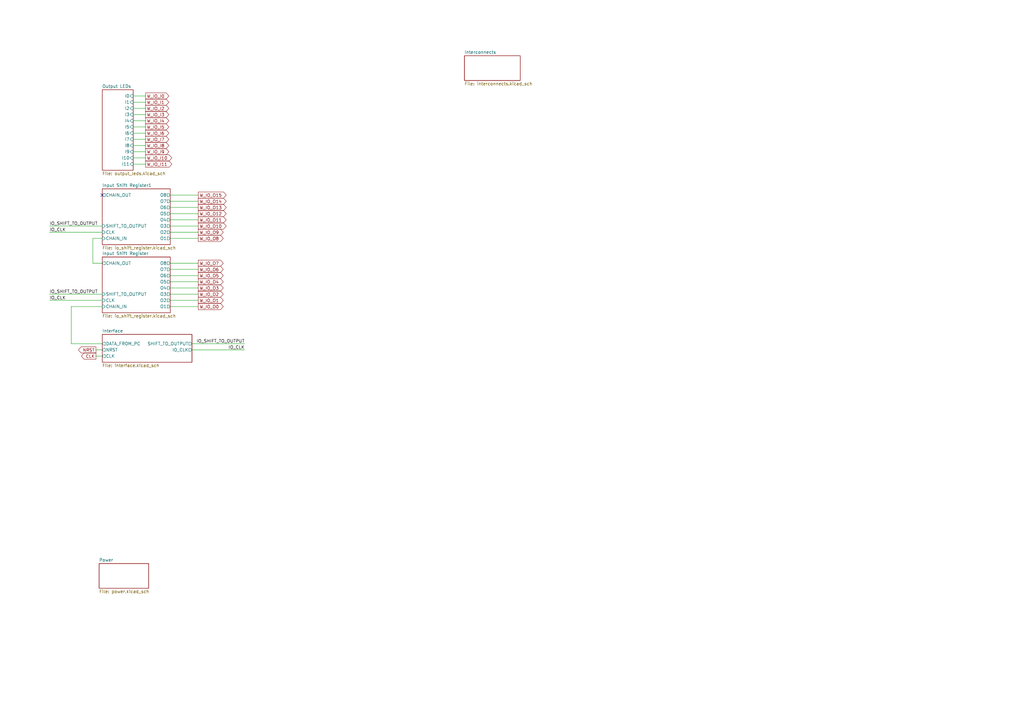
<source format=kicad_sch>
(kicad_sch
	(version 20250114)
	(generator "eeschema")
	(generator_version "9.0")
	(uuid "976aec4d-1ebe-44c6-a45c-c82e0c896ea2")
	(paper "A3")
	(lib_symbols)
	(no_connect
		(at 41.91 80.01)
		(uuid "2360bec8-3138-4da7-bd87-8532a1bd74de")
	)
	(wire
		(pts
			(xy 20.32 120.65) (xy 41.91 120.65)
		)
		(stroke
			(width 0)
			(type default)
		)
		(uuid "09686b4c-dc9a-41bf-b9b9-8469b3455577")
	)
	(wire
		(pts
			(xy 69.85 92.71) (xy 81.28 92.71)
		)
		(stroke
			(width 0)
			(type default)
		)
		(uuid "0a3383a7-31ea-4734-a119-a4b2867eda87")
	)
	(wire
		(pts
			(xy 69.85 113.03) (xy 81.28 113.03)
		)
		(stroke
			(width 0)
			(type default)
		)
		(uuid "0ba4a587-b8ef-43d7-bcda-ca615eeaa043")
	)
	(wire
		(pts
			(xy 29.21 140.97) (xy 41.91 140.97)
		)
		(stroke
			(width 0)
			(type default)
		)
		(uuid "0e721b68-df29-43a0-930b-245ed7cc0d79")
	)
	(wire
		(pts
			(xy 54.61 46.99) (xy 59.69 46.99)
		)
		(stroke
			(width 0)
			(type default)
		)
		(uuid "18df044f-043c-4a19-a6e1-569ab387cb23")
	)
	(wire
		(pts
			(xy 54.61 39.37) (xy 59.69 39.37)
		)
		(stroke
			(width 0)
			(type default)
		)
		(uuid "1a2940fd-e122-4ae8-ba12-493a12be28b0")
	)
	(wire
		(pts
			(xy 69.85 87.63) (xy 81.28 87.63)
		)
		(stroke
			(width 0)
			(type default)
		)
		(uuid "218baa41-333a-4703-a766-5a7d1e060616")
	)
	(wire
		(pts
			(xy 54.61 62.23) (xy 59.69 62.23)
		)
		(stroke
			(width 0)
			(type default)
		)
		(uuid "2245bdcd-4190-49cc-aa22-246fd454050d")
	)
	(wire
		(pts
			(xy 54.61 59.69) (xy 59.69 59.69)
		)
		(stroke
			(width 0)
			(type default)
		)
		(uuid "2657229b-fa30-40b5-a1b1-032758f1ceed")
	)
	(wire
		(pts
			(xy 54.61 64.77) (xy 59.69 64.77)
		)
		(stroke
			(width 0)
			(type default)
		)
		(uuid "2b4a2dbb-6bcd-4645-9cd4-b8cea089997e")
	)
	(wire
		(pts
			(xy 54.61 41.91) (xy 59.69 41.91)
		)
		(stroke
			(width 0)
			(type default)
		)
		(uuid "3aa35d76-c73d-42e4-8af0-95920e8521f0")
	)
	(wire
		(pts
			(xy 69.85 110.49) (xy 81.28 110.49)
		)
		(stroke
			(width 0)
			(type default)
		)
		(uuid "3cf1b2f6-74d5-414d-b8f9-79514fbee9b8")
	)
	(wire
		(pts
			(xy 69.85 97.79) (xy 81.28 97.79)
		)
		(stroke
			(width 0)
			(type default)
		)
		(uuid "45180ac3-20d9-47b0-b8fb-6a361832bb26")
	)
	(wire
		(pts
			(xy 78.74 143.51) (xy 100.33 143.51)
		)
		(stroke
			(width 0)
			(type default)
		)
		(uuid "47be61cb-fd98-4682-ae6c-907586f134bb")
	)
	(wire
		(pts
			(xy 69.85 80.01) (xy 81.28 80.01)
		)
		(stroke
			(width 0)
			(type default)
		)
		(uuid "519221d8-416e-42f0-9827-9c78d76384a4")
	)
	(wire
		(pts
			(xy 54.61 57.15) (xy 59.69 57.15)
		)
		(stroke
			(width 0)
			(type default)
		)
		(uuid "6b9d0e57-cb67-4c77-82e0-5481d49b56f1")
	)
	(wire
		(pts
			(xy 69.85 90.17) (xy 81.28 90.17)
		)
		(stroke
			(width 0)
			(type default)
		)
		(uuid "6ead0567-9cc2-4dd2-88fe-660c0cd6cd69")
	)
	(wire
		(pts
			(xy 69.85 95.25) (xy 81.28 95.25)
		)
		(stroke
			(width 0)
			(type default)
		)
		(uuid "6f1096dc-e877-4b3b-849c-94967b247ed5")
	)
	(wire
		(pts
			(xy 69.85 82.55) (xy 81.28 82.55)
		)
		(stroke
			(width 0)
			(type default)
		)
		(uuid "7a2064b2-20a6-4295-b761-b4ad09d65a52")
	)
	(wire
		(pts
			(xy 54.61 52.07) (xy 59.69 52.07)
		)
		(stroke
			(width 0)
			(type default)
		)
		(uuid "7a95fae5-7778-4dc3-aa5b-4d16ab1f6b2b")
	)
	(wire
		(pts
			(xy 69.85 115.57) (xy 81.28 115.57)
		)
		(stroke
			(width 0)
			(type default)
		)
		(uuid "7d902897-1e38-4fc7-9ec0-0dc448af9c71")
	)
	(wire
		(pts
			(xy 38.1 107.95) (xy 38.1 97.79)
		)
		(stroke
			(width 0)
			(type default)
		)
		(uuid "81cb5705-9ee7-4540-967c-2ebbd557b39c")
	)
	(wire
		(pts
			(xy 41.91 125.73) (xy 29.21 125.73)
		)
		(stroke
			(width 0)
			(type default)
		)
		(uuid "8c71418d-8ce7-414f-bf8b-ec2a59de8a15")
	)
	(wire
		(pts
			(xy 78.74 140.97) (xy 100.33 140.97)
		)
		(stroke
			(width 0)
			(type default)
		)
		(uuid "97a9cab2-623f-4db0-a2dc-851fc429e468")
	)
	(wire
		(pts
			(xy 69.85 125.73) (xy 81.28 125.73)
		)
		(stroke
			(width 0)
			(type default)
		)
		(uuid "9aa037fe-0d79-4df4-b946-9d11dd08e9c2")
	)
	(wire
		(pts
			(xy 20.32 123.19) (xy 41.91 123.19)
		)
		(stroke
			(width 0)
			(type default)
		)
		(uuid "a3cf321e-6c82-47d3-930f-92a7874161f6")
	)
	(wire
		(pts
			(xy 54.61 49.53) (xy 59.69 49.53)
		)
		(stroke
			(width 0)
			(type default)
		)
		(uuid "b2c387d3-982e-4490-ba4e-c6a352976abf")
	)
	(wire
		(pts
			(xy 69.85 123.19) (xy 81.28 123.19)
		)
		(stroke
			(width 0)
			(type default)
		)
		(uuid "b2c61021-fa46-4068-97b2-755e2fe0afec")
	)
	(wire
		(pts
			(xy 39.37 143.51) (xy 41.91 143.51)
		)
		(stroke
			(width 0)
			(type default)
		)
		(uuid "b5bf20bc-a61f-44c9-9ce9-0a591c7fec29")
	)
	(wire
		(pts
			(xy 54.61 44.45) (xy 59.69 44.45)
		)
		(stroke
			(width 0)
			(type default)
		)
		(uuid "bc862c88-af6d-4d5a-8a18-006b478103c2")
	)
	(wire
		(pts
			(xy 38.1 97.79) (xy 41.91 97.79)
		)
		(stroke
			(width 0)
			(type default)
		)
		(uuid "c31051f9-ea14-47bd-acde-1db6bb58d24d")
	)
	(wire
		(pts
			(xy 41.91 107.95) (xy 38.1 107.95)
		)
		(stroke
			(width 0)
			(type default)
		)
		(uuid "c91687c6-d7f4-4124-9594-1450ef495ec6")
	)
	(wire
		(pts
			(xy 69.85 85.09) (xy 81.28 85.09)
		)
		(stroke
			(width 0)
			(type default)
		)
		(uuid "cdc29712-62ff-441b-bf73-23f9c5e6b290")
	)
	(wire
		(pts
			(xy 29.21 125.73) (xy 29.21 140.97)
		)
		(stroke
			(width 0)
			(type default)
		)
		(uuid "cefa0bdf-31c1-4d7f-a5db-c00405052b91")
	)
	(wire
		(pts
			(xy 69.85 118.11) (xy 81.28 118.11)
		)
		(stroke
			(width 0)
			(type default)
		)
		(uuid "d0f0dd1c-679e-4182-9168-4279f1f5dbb7")
	)
	(wire
		(pts
			(xy 54.61 67.31) (xy 59.69 67.31)
		)
		(stroke
			(width 0)
			(type default)
		)
		(uuid "dfb85afd-5f7e-439b-9cc1-cccfcd1eb9f9")
	)
	(wire
		(pts
			(xy 39.37 146.05) (xy 41.91 146.05)
		)
		(stroke
			(width 0)
			(type default)
		)
		(uuid "dfd7f6fb-4f1a-4fb3-91b1-3fbb31068199")
	)
	(wire
		(pts
			(xy 54.61 54.61) (xy 59.69 54.61)
		)
		(stroke
			(width 0)
			(type default)
		)
		(uuid "eb838318-cf89-4d46-a483-dc670d8024e7")
	)
	(wire
		(pts
			(xy 69.85 107.95) (xy 81.28 107.95)
		)
		(stroke
			(width 0)
			(type default)
		)
		(uuid "ec98fea6-d045-418b-adbc-39bc154dcad1")
	)
	(wire
		(pts
			(xy 69.85 120.65) (xy 81.28 120.65)
		)
		(stroke
			(width 0)
			(type default)
		)
		(uuid "f34ff9bb-d7ae-4927-b5b8-5f0aa30f9d5e")
	)
	(wire
		(pts
			(xy 20.32 92.71) (xy 41.91 92.71)
		)
		(stroke
			(width 0)
			(type default)
		)
		(uuid "f793a67f-c271-4791-a5e1-3430e70dfdb7")
	)
	(wire
		(pts
			(xy 20.32 95.25) (xy 41.91 95.25)
		)
		(stroke
			(width 0)
			(type default)
		)
		(uuid "f8316952-47b0-40e6-add4-bd5d9bafa63a")
	)
	(label "IO_CLK"
		(at 20.32 123.19 0)
		(effects
			(font
				(size 1.27 1.27)
			)
			(justify left bottom)
		)
		(uuid "22bd818f-e60b-4589-b647-8d0260032d2e")
	)
	(label "IO_SHIFT_TO_OUTPUT"
		(at 100.33 140.97 180)
		(effects
			(font
				(size 1.27 1.27)
			)
			(justify right bottom)
		)
		(uuid "2564d7e5-80d0-43ea-ab77-2a4e6409ad0f")
	)
	(label "IO_CLK"
		(at 100.33 143.51 180)
		(effects
			(font
				(size 1.27 1.27)
			)
			(justify right bottom)
		)
		(uuid "58d50ef9-bb39-4474-a8fc-7c46ea885d9b")
	)
	(label "IO_CLK"
		(at 20.32 95.25 0)
		(effects
			(font
				(size 1.27 1.27)
			)
			(justify left bottom)
		)
		(uuid "78aae793-536c-49f0-8641-d47e8828bce6")
	)
	(label "IO_SHIFT_TO_OUTPUT"
		(at 20.32 92.71 0)
		(effects
			(font
				(size 1.27 1.27)
			)
			(justify left bottom)
		)
		(uuid "8656e187-8916-40a1-af6d-be9cd98baaa5")
	)
	(label "IO_SHIFT_TO_OUTPUT"
		(at 20.32 120.65 0)
		(effects
			(font
				(size 1.27 1.27)
			)
			(justify left bottom)
		)
		(uuid "da4b1686-1505-44b9-94dc-d1a5aa24188d")
	)
	(global_label "W_IO_I7"
		(shape output)
		(at 59.69 57.15 0)
		(fields_autoplaced yes)
		(effects
			(font
				(size 1.27 1.27)
			)
			(justify left)
		)
		(uuid "0b310ab3-391c-4e8c-90be-a11da94875af")
		(property "Intersheetrefs" "${INTERSHEET_REFS}"
			(at 69.8114 57.15 0)
			(effects
				(font
					(size 1.27 1.27)
				)
				(justify left)
				(hide yes)
			)
		)
	)
	(global_label "W_X0_Y0_I1"
		(shape input)
		(at 467.36 227.33 180)
		(fields_autoplaced yes)
		(effects
			(font
				(size 1.27 1.27)
			)
			(justify right)
		)
		(uuid "11660924-e874-4465-be64-fce759362b62")
		(property "Intersheetrefs" "${INTERSHEET_REFS}"
			(at 453.4892 227.33 0)
			(effects
				(font
					(size 1.27 1.27)
				)
				(justify right)
				(hide yes)
			)
		)
	)
	(global_label "NRST"
		(shape output)
		(at 39.37 143.51 180)
		(fields_autoplaced yes)
		(effects
			(font
				(size 1.27 1.27)
			)
			(justify right)
		)
		(uuid "2568ba07-14f7-4e5b-93b1-99b1b4bdb025")
		(property "Intersheetrefs" "${INTERSHEET_REFS}"
			(at 31.6072 143.51 0)
			(effects
				(font
					(size 1.27 1.27)
				)
				(justify right)
				(hide yes)
			)
		)
	)
	(global_label "W_IO_O3"
		(shape output)
		(at 81.28 118.11 0)
		(fields_autoplaced yes)
		(effects
			(font
				(size 1.27 1.27)
			)
			(justify left)
		)
		(uuid "28808155-1f59-436a-9256-430c0cc1a268")
		(property "Intersheetrefs" "${INTERSHEET_REFS}"
			(at 92.1271 118.11 0)
			(effects
				(font
					(size 1.27 1.27)
				)
				(justify left)
				(hide yes)
			)
		)
	)
	(global_label "W_X0_Y0_Q"
		(shape output)
		(at 482.6 229.87 0)
		(fields_autoplaced yes)
		(effects
			(font
				(size 1.27 1.27)
			)
			(justify left)
		)
		(uuid "2d4a4ab3-520b-42a0-bbda-fde5d00eff4b")
		(property "Intersheetrefs" "${INTERSHEET_REFS}"
			(at 495.987 229.87 0)
			(effects
				(font
					(size 1.27 1.27)
				)
				(justify left)
				(hide yes)
			)
		)
	)
	(global_label "W_IO_O4"
		(shape output)
		(at 81.28 115.57 0)
		(fields_autoplaced yes)
		(effects
			(font
				(size 1.27 1.27)
			)
			(justify left)
		)
		(uuid "2dda9aa6-8f16-49dd-a7d2-2f8880fb4fbd")
		(property "Intersheetrefs" "${INTERSHEET_REFS}"
			(at 92.1271 115.57 0)
			(effects
				(font
					(size 1.27 1.27)
				)
				(justify left)
				(hide yes)
			)
		)
	)
	(global_label "W_X0_Y0_I2"
		(shape input)
		(at 467.36 229.87 180)
		(fields_autoplaced yes)
		(effects
			(font
				(size 1.27 1.27)
			)
			(justify right)
		)
		(uuid "34e909f8-cea2-4e98-a8e5-8faabf5619ca")
		(property "Intersheetrefs" "${INTERSHEET_REFS}"
			(at 453.4892 229.87 0)
			(effects
				(font
					(size 1.27 1.27)
				)
				(justify right)
				(hide yes)
			)
		)
	)
	(global_label "W_IO_O13"
		(shape output)
		(at 81.28 85.09 0)
		(fields_autoplaced yes)
		(effects
			(font
				(size 1.27 1.27)
			)
			(justify left)
		)
		(uuid "37bd1036-4aa8-4ea0-a1a3-b16ea94ad68b")
		(property "Intersheetrefs" "${INTERSHEET_REFS}"
			(at 93.3366 85.09 0)
			(effects
				(font
					(size 1.27 1.27)
				)
				(justify left)
				(hide yes)
			)
		)
	)
	(global_label "W_X0_Y0_F"
		(shape output)
		(at 482.6 227.33 0)
		(fields_autoplaced yes)
		(effects
			(font
				(size 1.27 1.27)
			)
			(justify left)
		)
		(uuid "4b916065-0514-4221-b825-7806f3d738b7")
		(property "Intersheetrefs" "${INTERSHEET_REFS}"
			(at 495.7451 227.33 0)
			(effects
				(font
					(size 1.27 1.27)
				)
				(justify left)
				(hide yes)
			)
		)
	)
	(global_label "W_IO_I9"
		(shape output)
		(at 59.69 62.23 0)
		(fields_autoplaced yes)
		(effects
			(font
				(size 1.27 1.27)
			)
			(justify left)
		)
		(uuid "543dc8df-80c0-4c34-8282-68b71a0771b3")
		(property "Intersheetrefs" "${INTERSHEET_REFS}"
			(at 69.8114 62.23 0)
			(effects
				(font
					(size 1.27 1.27)
				)
				(justify left)
				(hide yes)
			)
		)
	)
	(global_label "W_IO_I3"
		(shape output)
		(at 59.69 46.99 0)
		(fields_autoplaced yes)
		(effects
			(font
				(size 1.27 1.27)
			)
			(justify left)
		)
		(uuid "5b906838-aad4-49af-be96-bd7f7473e750")
		(property "Intersheetrefs" "${INTERSHEET_REFS}"
			(at 69.8114 46.99 0)
			(effects
				(font
					(size 1.27 1.27)
				)
				(justify left)
				(hide yes)
			)
		)
	)
	(global_label "W_IO_I0"
		(shape output)
		(at 59.69 39.37 0)
		(fields_autoplaced yes)
		(effects
			(font
				(size 1.27 1.27)
			)
			(justify left)
		)
		(uuid "70476c2f-c2ed-4f19-b652-c5d1e7bc4b73")
		(property "Intersheetrefs" "${INTERSHEET_REFS}"
			(at 69.8114 39.37 0)
			(effects
				(font
					(size 1.27 1.27)
				)
				(justify left)
				(hide yes)
			)
		)
	)
	(global_label "W_IO_I5"
		(shape output)
		(at 59.69 52.07 0)
		(fields_autoplaced yes)
		(effects
			(font
				(size 1.27 1.27)
			)
			(justify left)
		)
		(uuid "70f52262-f6e6-4eee-a9c7-d9b8d7b10da1")
		(property "Intersheetrefs" "${INTERSHEET_REFS}"
			(at 69.8114 52.07 0)
			(effects
				(font
					(size 1.27 1.27)
				)
				(justify left)
				(hide yes)
			)
		)
	)
	(global_label "W_IO_I11"
		(shape output)
		(at 59.69 67.31 0)
		(fields_autoplaced yes)
		(effects
			(font
				(size 1.27 1.27)
			)
			(justify left)
		)
		(uuid "787c4ed9-4e64-4272-9191-ec06f57fc1a1")
		(property "Intersheetrefs" "${INTERSHEET_REFS}"
			(at 71.0209 67.31 0)
			(effects
				(font
					(size 1.27 1.27)
				)
				(justify left)
				(hide yes)
			)
		)
	)
	(global_label "W_IO_O9"
		(shape output)
		(at 81.28 95.25 0)
		(fields_autoplaced yes)
		(effects
			(font
				(size 1.27 1.27)
			)
			(justify left)
		)
		(uuid "7e687aab-e56e-4fe7-91eb-3570ea7ccd54")
		(property "Intersheetrefs" "${INTERSHEET_REFS}"
			(at 92.1271 95.25 0)
			(effects
				(font
					(size 1.27 1.27)
				)
				(justify left)
				(hide yes)
			)
		)
	)
	(global_label "W_IO_I4"
		(shape output)
		(at 59.69 49.53 0)
		(fields_autoplaced yes)
		(effects
			(font
				(size 1.27 1.27)
			)
			(justify left)
		)
		(uuid "8193db30-c7d9-4f8c-b850-de35dc269954")
		(property "Intersheetrefs" "${INTERSHEET_REFS}"
			(at 69.8114 49.53 0)
			(effects
				(font
					(size 1.27 1.27)
				)
				(justify left)
				(hide yes)
			)
		)
	)
	(global_label "W_IO_O6"
		(shape output)
		(at 81.28 110.49 0)
		(fields_autoplaced yes)
		(effects
			(font
				(size 1.27 1.27)
			)
			(justify left)
		)
		(uuid "82cac139-d895-434e-b64b-675e071f5a5b")
		(property "Intersheetrefs" "${INTERSHEET_REFS}"
			(at 92.1271 110.49 0)
			(effects
				(font
					(size 1.27 1.27)
				)
				(justify left)
				(hide yes)
			)
		)
	)
	(global_label "W_IO_O10"
		(shape output)
		(at 81.28 92.71 0)
		(fields_autoplaced yes)
		(effects
			(font
				(size 1.27 1.27)
			)
			(justify left)
		)
		(uuid "87167fbb-9dbf-4b37-9662-094422ef55c1")
		(property "Intersheetrefs" "${INTERSHEET_REFS}"
			(at 93.3366 92.71 0)
			(effects
				(font
					(size 1.27 1.27)
				)
				(justify left)
				(hide yes)
			)
		)
	)
	(global_label "W_IO_O14"
		(shape output)
		(at 81.28 82.55 0)
		(fields_autoplaced yes)
		(effects
			(font
				(size 1.27 1.27)
			)
			(justify left)
		)
		(uuid "871ee778-f913-49f2-abac-a5698ae3aa33")
		(property "Intersheetrefs" "${INTERSHEET_REFS}"
			(at 93.3366 82.55 0)
			(effects
				(font
					(size 1.27 1.27)
				)
				(justify left)
				(hide yes)
			)
		)
	)
	(global_label "W_IO_I1"
		(shape output)
		(at 59.69 41.91 0)
		(fields_autoplaced yes)
		(effects
			(font
				(size 1.27 1.27)
			)
			(justify left)
		)
		(uuid "8fb2e430-7393-4d94-973e-ce0cde14ac57")
		(property "Intersheetrefs" "${INTERSHEET_REFS}"
			(at 69.8114 41.91 0)
			(effects
				(font
					(size 1.27 1.27)
				)
				(justify left)
				(hide yes)
			)
		)
	)
	(global_label "W_IO_O0"
		(shape output)
		(at 81.28 125.73 0)
		(fields_autoplaced yes)
		(effects
			(font
				(size 1.27 1.27)
			)
			(justify left)
		)
		(uuid "95e833d2-1a3f-4fc1-a00c-ca0151a64116")
		(property "Intersheetrefs" "${INTERSHEET_REFS}"
			(at 92.1271 125.73 0)
			(effects
				(font
					(size 1.27 1.27)
				)
				(justify left)
				(hide yes)
			)
		)
	)
	(global_label "W_IO_O1"
		(shape output)
		(at 81.28 123.19 0)
		(fields_autoplaced yes)
		(effects
			(font
				(size 1.27 1.27)
			)
			(justify left)
		)
		(uuid "a9400fbf-4801-4323-b428-f6af8db167ed")
		(property "Intersheetrefs" "${INTERSHEET_REFS}"
			(at 92.1271 123.19 0)
			(effects
				(font
					(size 1.27 1.27)
				)
				(justify left)
				(hide yes)
			)
		)
	)
	(global_label "W_IO_O7"
		(shape output)
		(at 81.28 107.95 0)
		(fields_autoplaced yes)
		(effects
			(font
				(size 1.27 1.27)
			)
			(justify left)
		)
		(uuid "ac6fe1d8-00e0-4e62-9296-96658317231f")
		(property "Intersheetrefs" "${INTERSHEET_REFS}"
			(at 92.1271 107.95 0)
			(effects
				(font
					(size 1.27 1.27)
				)
				(justify left)
				(hide yes)
			)
		)
	)
	(global_label "W_IO_I10"
		(shape output)
		(at 59.69 64.77 0)
		(fields_autoplaced yes)
		(effects
			(font
				(size 1.27 1.27)
			)
			(justify left)
		)
		(uuid "aea4d7ee-2e8c-4c1d-9c4c-3cd1ca97619b")
		(property "Intersheetrefs" "${INTERSHEET_REFS}"
			(at 71.0209 64.77 0)
			(effects
				(font
					(size 1.27 1.27)
				)
				(justify left)
				(hide yes)
			)
		)
	)
	(global_label "W_IO_O15"
		(shape output)
		(at 81.28 80.01 0)
		(fields_autoplaced yes)
		(effects
			(font
				(size 1.27 1.27)
			)
			(justify left)
		)
		(uuid "b06e27dd-8cb9-4650-9d2a-175ec30a0b38")
		(property "Intersheetrefs" "${INTERSHEET_REFS}"
			(at 93.3366 80.01 0)
			(effects
				(font
					(size 1.27 1.27)
				)
				(justify left)
				(hide yes)
			)
		)
	)
	(global_label "W_IO_O2"
		(shape output)
		(at 81.28 120.65 0)
		(fields_autoplaced yes)
		(effects
			(font
				(size 1.27 1.27)
			)
			(justify left)
		)
		(uuid "b521925d-a82f-4338-9476-5c83ccf1829c")
		(property "Intersheetrefs" "${INTERSHEET_REFS}"
			(at 92.1271 120.65 0)
			(effects
				(font
					(size 1.27 1.27)
				)
				(justify left)
				(hide yes)
			)
		)
	)
	(global_label "CLK"
		(shape output)
		(at 39.37 146.05 180)
		(fields_autoplaced yes)
		(effects
			(font
				(size 1.27 1.27)
			)
			(justify right)
		)
		(uuid "c83d50ee-c164-414c-a048-0022cefe81a2")
		(property "Intersheetrefs" "${INTERSHEET_REFS}"
			(at 32.8167 146.05 0)
			(effects
				(font
					(size 1.27 1.27)
				)
				(justify right)
				(hide yes)
			)
		)
	)
	(global_label "W_IO_I2"
		(shape output)
		(at 59.69 44.45 0)
		(fields_autoplaced yes)
		(effects
			(font
				(size 1.27 1.27)
			)
			(justify left)
		)
		(uuid "c9c56d0a-9b36-46b1-92ff-88a24330c06e")
		(property "Intersheetrefs" "${INTERSHEET_REFS}"
			(at 69.8114 44.45 0)
			(effects
				(font
					(size 1.27 1.27)
				)
				(justify left)
				(hide yes)
			)
		)
	)
	(global_label "W_IO_I8"
		(shape output)
		(at 59.69 59.69 0)
		(fields_autoplaced yes)
		(effects
			(font
				(size 1.27 1.27)
			)
			(justify left)
		)
		(uuid "cae6a4c8-4546-4310-9925-8616c05b4272")
		(property "Intersheetrefs" "${INTERSHEET_REFS}"
			(at 69.8114 59.69 0)
			(effects
				(font
					(size 1.27 1.27)
				)
				(justify left)
				(hide yes)
			)
		)
	)
	(global_label "W_IO_O12"
		(shape output)
		(at 81.28 87.63 0)
		(fields_autoplaced yes)
		(effects
			(font
				(size 1.27 1.27)
			)
			(justify left)
		)
		(uuid "d48221aa-1598-44f7-b264-0e36daf396f9")
		(property "Intersheetrefs" "${INTERSHEET_REFS}"
			(at 93.3366 87.63 0)
			(effects
				(font
					(size 1.27 1.27)
				)
				(justify left)
				(hide yes)
			)
		)
	)
	(global_label "W_IO_O5"
		(shape output)
		(at 81.28 113.03 0)
		(fields_autoplaced yes)
		(effects
			(font
				(size 1.27 1.27)
			)
			(justify left)
		)
		(uuid "df620f41-fd6f-4860-aaff-a9e8a00b3bf5")
		(property "Intersheetrefs" "${INTERSHEET_REFS}"
			(at 92.1271 113.03 0)
			(effects
				(font
					(size 1.27 1.27)
				)
				(justify left)
				(hide yes)
			)
		)
	)
	(global_label "W_IO_I6"
		(shape output)
		(at 59.69 54.61 0)
		(fields_autoplaced yes)
		(effects
			(font
				(size 1.27 1.27)
			)
			(justify left)
		)
		(uuid "efbb5398-2137-42b2-ac90-70848f709e63")
		(property "Intersheetrefs" "${INTERSHEET_REFS}"
			(at 69.8114 54.61 0)
			(effects
				(font
					(size 1.27 1.27)
				)
				(justify left)
				(hide yes)
			)
		)
	)
	(global_label "W_IO_O8"
		(shape output)
		(at 81.28 97.79 0)
		(fields_autoplaced yes)
		(effects
			(font
				(size 1.27 1.27)
			)
			(justify left)
		)
		(uuid "f69511e1-6b2f-4109-ae68-0286a1220530")
		(property "Intersheetrefs" "${INTERSHEET_REFS}"
			(at 92.1271 97.79 0)
			(effects
				(font
					(size 1.27 1.27)
				)
				(justify left)
				(hide yes)
			)
		)
	)
	(global_label "W_IO_O11"
		(shape output)
		(at 81.28 90.17 0)
		(fields_autoplaced yes)
		(effects
			(font
				(size 1.27 1.27)
			)
			(justify left)
		)
		(uuid "f880297b-9c63-4412-a635-3be828b8bd09")
		(property "Intersheetrefs" "${INTERSHEET_REFS}"
			(at 93.3366 90.17 0)
			(effects
				(font
					(size 1.27 1.27)
				)
				(justify left)
				(hide yes)
			)
		)
	)
	(global_label "W_X0_Y0_I3"
		(shape input)
		(at 467.36 232.41 180)
		(fields_autoplaced yes)
		(effects
			(font
				(size 1.27 1.27)
			)
			(justify right)
		)
		(uuid "fc8771ec-3431-4a8f-ad8d-4f1768d4f61a")
		(property "Intersheetrefs" "${INTERSHEET_REFS}"
			(at 453.4892 232.41 0)
			(effects
				(font
					(size 1.27 1.27)
				)
				(justify right)
				(hide yes)
			)
		)
	)
	(sheet
		(at 41.91 105.41)
		(size 27.94 22.86)
		(exclude_from_sim no)
		(in_bom yes)
		(on_board yes)
		(dnp no)
		(fields_autoplaced yes)
		(stroke
			(width 0.1524)
			(type solid)
		)
		(fill
			(color 0 0 0 0.0000)
		)
		(uuid "1832fabe-c5c8-4216-9ba7-501432cb8cf8")
		(property "Sheetname" "Input Shift Register"
			(at 41.91 104.6984 0)
			(effects
				(font
					(size 1.27 1.27)
				)
				(justify left bottom)
			)
		)
		(property "Sheetfile" "io_shift_register.kicad_sch"
			(at 41.91 128.8546 0)
			(effects
				(font
					(size 1.27 1.27)
				)
				(justify left top)
			)
		)
		(pin "CHAIN_IN" input
			(at 41.91 125.73 180)
			(uuid "498b70e0-48e4-4adb-afd6-34a00e287bda")
			(effects
				(font
					(size 1.27 1.27)
				)
				(justify left)
			)
		)
		(pin "CHAIN_OUT" output
			(at 41.91 107.95 180)
			(uuid "d47e66b8-bec5-4540-b1a7-a9120e58e6df")
			(effects
				(font
					(size 1.27 1.27)
				)
				(justify left)
			)
		)
		(pin "CLK" input
			(at 41.91 123.19 180)
			(uuid "18091149-5283-4047-a113-9099b78eb479")
			(effects
				(font
					(size 1.27 1.27)
				)
				(justify left)
			)
		)
		(pin "O1" output
			(at 69.85 125.73 0)
			(uuid "b804ae98-f693-4df1-a1a1-5b14d7c990b9")
			(effects
				(font
					(size 1.27 1.27)
				)
				(justify right)
			)
		)
		(pin "O2" output
			(at 69.85 123.19 0)
			(uuid "500483d1-f3ec-417d-9b38-64878ea79323")
			(effects
				(font
					(size 1.27 1.27)
				)
				(justify right)
			)
		)
		(pin "O3" output
			(at 69.85 120.65 0)
			(uuid "eb5fef8d-76c0-4dbd-bc11-365312246886")
			(effects
				(font
					(size 1.27 1.27)
				)
				(justify right)
			)
		)
		(pin "O4" output
			(at 69.85 118.11 0)
			(uuid "20d52507-325d-4e7c-aac0-7fa83dea9eb1")
			(effects
				(font
					(size 1.27 1.27)
				)
				(justify right)
			)
		)
		(pin "O5" output
			(at 69.85 115.57 0)
			(uuid "e43e52ac-ecd6-43e9-9cc5-1b0a919a26ac")
			(effects
				(font
					(size 1.27 1.27)
				)
				(justify right)
			)
		)
		(pin "O6" output
			(at 69.85 113.03 0)
			(uuid "260b9235-ba82-4622-8aa3-3a3422cb121d")
			(effects
				(font
					(size 1.27 1.27)
				)
				(justify right)
			)
		)
		(pin "O7" output
			(at 69.85 110.49 0)
			(uuid "e4f9a310-e995-4419-8337-c4b02d49de41")
			(effects
				(font
					(size 1.27 1.27)
				)
				(justify right)
			)
		)
		(pin "O8" output
			(at 69.85 107.95 0)
			(uuid "56629f4b-6301-4692-accc-8bbc8d219cc2")
			(effects
				(font
					(size 1.27 1.27)
				)
				(justify right)
			)
		)
		(pin "SHIFT_TO_OUTPUT" input
			(at 41.91 120.65 180)
			(uuid "441d8484-d2c6-464c-a322-3beeb293509f")
			(effects
				(font
					(size 1.27 1.27)
				)
				(justify left)
			)
		)
		(instances
			(project "74aoc"
				(path "/976aec4d-1ebe-44c6-a45c-c82e0c896ea2"
					(page "3")
				)
			)
		)
	)
	(sheet
		(at 40.64 231.14)
		(size 20.32 10.16)
		(exclude_from_sim no)
		(in_bom yes)
		(on_board yes)
		(dnp no)
		(fields_autoplaced yes)
		(stroke
			(width 0.1524)
			(type solid)
		)
		(fill
			(color 0 0 0 0.0000)
		)
		(uuid "4bf70d76-e048-47d6-b617-0a570812d98f")
		(property "Sheetname" "Power"
			(at 40.64 230.4284 0)
			(effects
				(font
					(size 1.27 1.27)
				)
				(justify left bottom)
			)
		)
		(property "Sheetfile" "power.kicad_sch"
			(at 40.64 241.8846 0)
			(effects
				(font
					(size 1.27 1.27)
				)
				(justify left top)
			)
		)
		(instances
			(project "74aoc"
				(path "/976aec4d-1ebe-44c6-a45c-c82e0c896ea2"
					(page "6")
				)
			)
		)
	)
	(sheet
		(at 41.91 77.47)
		(size 27.94 22.86)
		(exclude_from_sim no)
		(in_bom yes)
		(on_board yes)
		(dnp no)
		(fields_autoplaced yes)
		(stroke
			(width 0.1524)
			(type solid)
		)
		(fill
			(color 0 0 0 0.0000)
		)
		(uuid "5032c634-0c0f-4d02-b7d2-325fd9e72931")
		(property "Sheetname" "Input Shift Register1"
			(at 41.91 76.7584 0)
			(effects
				(font
					(size 1.27 1.27)
				)
				(justify left bottom)
			)
		)
		(property "Sheetfile" "io_shift_register.kicad_sch"
			(at 41.91 100.9146 0)
			(effects
				(font
					(size 1.27 1.27)
				)
				(justify left top)
			)
		)
		(pin "CHAIN_IN" input
			(at 41.91 97.79 180)
			(uuid "e621bd66-953b-40e9-919e-1b243b414957")
			(effects
				(font
					(size 1.27 1.27)
				)
				(justify left)
			)
		)
		(pin "CHAIN_OUT" output
			(at 41.91 80.01 180)
			(uuid "7ef7d967-c01c-4051-889a-7712f642a54e")
			(effects
				(font
					(size 1.27 1.27)
				)
				(justify left)
			)
		)
		(pin "CLK" input
			(at 41.91 95.25 180)
			(uuid "554e0342-c9d1-4eac-864e-c829a39b6a39")
			(effects
				(font
					(size 1.27 1.27)
				)
				(justify left)
			)
		)
		(pin "O1" output
			(at 69.85 97.79 0)
			(uuid "519f7f61-9a2c-4baf-bcbf-9d1d7c3dc5df")
			(effects
				(font
					(size 1.27 1.27)
				)
				(justify right)
			)
		)
		(pin "O2" output
			(at 69.85 95.25 0)
			(uuid "75cb63f6-3f87-4c62-bab3-0c8032375216")
			(effects
				(font
					(size 1.27 1.27)
				)
				(justify right)
			)
		)
		(pin "O3" output
			(at 69.85 92.71 0)
			(uuid "b8daa877-2b1b-4e35-ac43-320ce653bb4a")
			(effects
				(font
					(size 1.27 1.27)
				)
				(justify right)
			)
		)
		(pin "O4" output
			(at 69.85 90.17 0)
			(uuid "5cf140dd-e776-4e75-bade-5cda85e9b08d")
			(effects
				(font
					(size 1.27 1.27)
				)
				(justify right)
			)
		)
		(pin "O5" output
			(at 69.85 87.63 0)
			(uuid "aa6e04c5-9181-4e3b-b818-d267aa2739c8")
			(effects
				(font
					(size 1.27 1.27)
				)
				(justify right)
			)
		)
		(pin "O6" output
			(at 69.85 85.09 0)
			(uuid "cd4101ba-4466-49c6-8faf-533324ea0cdc")
			(effects
				(font
					(size 1.27 1.27)
				)
				(justify right)
			)
		)
		(pin "O7" output
			(at 69.85 82.55 0)
			(uuid "dd823ba6-25c8-40b0-bb9e-0f78dc14376d")
			(effects
				(font
					(size 1.27 1.27)
				)
				(justify right)
			)
		)
		(pin "O8" output
			(at 69.85 80.01 0)
			(uuid "e2efc85b-9a01-49fc-af2d-35cf932fc431")
			(effects
				(font
					(size 1.27 1.27)
				)
				(justify right)
			)
		)
		(pin "SHIFT_TO_OUTPUT" input
			(at 41.91 92.71 180)
			(uuid "962c14b4-8184-4343-a5f4-1616105aa40a")
			(effects
				(font
					(size 1.27 1.27)
				)
				(justify left)
			)
		)
		(instances
			(project "74aoc"
				(path "/976aec4d-1ebe-44c6-a45c-c82e0c896ea2"
					(page "4")
				)
			)
		)
	)
	(sheet
		(at 41.91 137.16)
		(size 36.83 11.43)
		(exclude_from_sim no)
		(in_bom yes)
		(on_board yes)
		(dnp no)
		(fields_autoplaced yes)
		(stroke
			(width 0.1524)
			(type solid)
		)
		(fill
			(color 0 0 0 0.0000)
		)
		(uuid "5d449b1d-cf4b-49a6-a1ca-91c8fee24ae9")
		(property "Sheetname" "Interface"
			(at 41.91 136.4484 0)
			(effects
				(font
					(size 1.27 1.27)
				)
				(justify left bottom)
			)
		)
		(property "Sheetfile" "interface.kicad_sch"
			(at 41.91 149.1746 0)
			(effects
				(font
					(size 1.27 1.27)
				)
				(justify left top)
			)
		)
		(pin "SHIFT_TO_OUTPUT" output
			(at 78.74 140.97 0)
			(uuid "0ea32eca-f0b7-4c1c-a9f0-bbbca967c746")
			(effects
				(font
					(size 1.27 1.27)
				)
				(justify right)
			)
		)
		(pin "DATA_FROM_PC" output
			(at 41.91 140.97 180)
			(uuid "a8e1efa8-fa9f-4233-8ef2-52bf0c0a2ce5")
			(effects
				(font
					(size 1.27 1.27)
				)
				(justify left)
			)
		)
		(pin "IO_CLK" output
			(at 78.74 143.51 0)
			(uuid "1887993b-6dc9-4a28-8156-6ffae78064b5")
			(effects
				(font
					(size 1.27 1.27)
				)
				(justify right)
			)
		)
		(pin "NRST" output
			(at 41.91 143.51 180)
			(uuid "d71c8377-17bc-4c38-80f1-c35c5d2b4499")
			(effects
				(font
					(size 1.27 1.27)
				)
				(justify left)
			)
		)
		(pin "CLK" output
			(at 41.91 146.05 180)
			(uuid "d9e8e92d-10c8-4ea4-bcb2-49908b05e087")
			(effects
				(font
					(size 1.27 1.27)
				)
				(justify left)
			)
		)
		(instances
			(project "74aoc"
				(path "/976aec4d-1ebe-44c6-a45c-c82e0c896ea2"
					(page "7")
				)
			)
		)
	)
	(sheet
		(at 190.5 22.86)
		(size 22.86 10.16)
		(exclude_from_sim no)
		(in_bom yes)
		(on_board yes)
		(dnp no)
		(fields_autoplaced yes)
		(stroke
			(width 0.1524)
			(type solid)
		)
		(fill
			(color 0 0 0 0.0000)
		)
		(uuid "61637c3f-18d3-42d4-a2b8-29ba731a7b12")
		(property "Sheetname" "Interconnects"
			(at 190.5 22.1484 0)
			(effects
				(font
					(size 1.27 1.27)
				)
				(justify left bottom)
			)
		)
		(property "Sheetfile" "interconnects.kicad_sch"
			(at 190.5 33.6046 0)
			(effects
				(font
					(size 1.27 1.27)
				)
				(justify left top)
			)
		)
		(instances
			(project "74aoc"
				(path "/976aec4d-1ebe-44c6-a45c-c82e0c896ea2"
					(page "7")
				)
			)
		)
	)
	(sheet
		(at 467.36 224.79)
		(size 15.24 10.16)
		(exclude_from_sim no)
		(in_bom yes)
		(on_board yes)
		(dnp no)
		(fields_autoplaced yes)
		(stroke
			(width 0.1524)
			(type solid)
		)
		(fill
			(color 0 0 0 0.0000)
		)
		(uuid "7fc5f80c-ae61-41ba-be16-2c640c59fc3f")
		(property "Sheetname" "CELL X0 Y0"
			(at 467.36 224.0784 0)
			(effects
				(font
					(size 1.27 1.27)
				)
				(justify left bottom)
			)
		)
		(property "Sheetfile" "cell.kicad_sch"
			(at 467.36 235.5346 0)
			(effects
				(font
					(size 1.27 1.27)
				)
				(justify left top)
			)
		)
		(pin "F" output
			(at 482.6 227.33 0)
			(uuid "af9635e3-59ae-423d-ab58-2fb981126257")
			(effects
				(font
					(size 1.27 1.27)
				)
				(justify right)
			)
		)
		(pin "Q" output
			(at 482.6 229.87 0)
			(uuid "09cc478e-d3a5-499a-bbaa-b5338f52f91b")
			(effects
				(font
					(size 1.27 1.27)
				)
				(justify right)
			)
		)
		(pin "I1" input
			(at 467.36 227.33 180)
			(uuid "25983948-db2f-4b68-92e6-d7374219a575")
			(effects
				(font
					(size 1.27 1.27)
				)
				(justify left)
			)
		)
		(pin "I2" input
			(at 467.36 229.87 180)
			(uuid "390469e1-7c46-47e7-8eea-162e357208be")
			(effects
				(font
					(size 1.27 1.27)
				)
				(justify left)
			)
		)
		(pin "I3" input
			(at 467.36 232.41 180)
			(uuid "9110cd04-03e3-40ea-80bf-a4acf6ee9181")
			(effects
				(font
					(size 1.27 1.27)
				)
				(justify left)
			)
		)
		(instances
			(project "74aoc"
				(path "/976aec4d-1ebe-44c6-a45c-c82e0c896ea2"
					(page "2")
				)
			)
		)
	)
	(sheet
		(at 41.91 36.83)
		(size 12.7 33.02)
		(exclude_from_sim no)
		(in_bom yes)
		(on_board yes)
		(dnp no)
		(fields_autoplaced yes)
		(stroke
			(width 0.1524)
			(type solid)
		)
		(fill
			(color 0 0 0 0.0000)
		)
		(uuid "b6205021-f96c-4b9a-9a20-9347159a3e12")
		(property "Sheetname" "Output LEDs"
			(at 41.91 36.1184 0)
			(effects
				(font
					(size 1.27 1.27)
				)
				(justify left bottom)
			)
		)
		(property "Sheetfile" "output_leds.kicad_sch"
			(at 41.91 70.4346 0)
			(effects
				(font
					(size 1.27 1.27)
				)
				(justify left top)
			)
		)
		(pin "I0" input
			(at 54.61 39.37 0)
			(uuid "6cf9395e-2740-4b5d-ad47-c842b684dd26")
			(effects
				(font
					(size 1.27 1.27)
				)
				(justify right)
			)
		)
		(pin "I10" input
			(at 54.61 64.77 0)
			(uuid "b3142287-a0f2-44a1-a1ef-b75002583d6b")
			(effects
				(font
					(size 1.27 1.27)
				)
				(justify right)
			)
		)
		(pin "I8" input
			(at 54.61 59.69 0)
			(uuid "7e0a1f1c-bfb2-437b-a5f4-354437af75fd")
			(effects
				(font
					(size 1.27 1.27)
				)
				(justify right)
			)
		)
		(pin "I3" input
			(at 54.61 46.99 0)
			(uuid "e07e7abe-992f-4b50-9c59-a2d35e0091eb")
			(effects
				(font
					(size 1.27 1.27)
				)
				(justify right)
			)
		)
		(pin "I4" input
			(at 54.61 49.53 0)
			(uuid "6fd79fd4-959e-48e7-8b22-5c2f2d2b21ef")
			(effects
				(font
					(size 1.27 1.27)
				)
				(justify right)
			)
		)
		(pin "I9" input
			(at 54.61 62.23 0)
			(uuid "1638d44e-1974-4d61-afab-52ee3c96cb03")
			(effects
				(font
					(size 1.27 1.27)
				)
				(justify right)
			)
		)
		(pin "I7" input
			(at 54.61 57.15 0)
			(uuid "c359bf84-6c95-4577-bc9b-73cccfb75339")
			(effects
				(font
					(size 1.27 1.27)
				)
				(justify right)
			)
		)
		(pin "I6" input
			(at 54.61 54.61 0)
			(uuid "554192b7-9e64-476c-bd18-5f391ad7894e")
			(effects
				(font
					(size 1.27 1.27)
				)
				(justify right)
			)
		)
		(pin "I2" input
			(at 54.61 44.45 0)
			(uuid "4731090a-8102-4d7b-ba37-00dd88217eb7")
			(effects
				(font
					(size 1.27 1.27)
				)
				(justify right)
			)
		)
		(pin "I5" input
			(at 54.61 52.07 0)
			(uuid "2c07f7ba-1c14-46d9-bac6-0344a81366cb")
			(effects
				(font
					(size 1.27 1.27)
				)
				(justify right)
			)
		)
		(pin "I11" input
			(at 54.61 67.31 0)
			(uuid "ecf3d4ad-05d3-4c24-a136-76a6ee1c58c9")
			(effects
				(font
					(size 1.27 1.27)
				)
				(justify right)
			)
		)
		(pin "I1" input
			(at 54.61 41.91 0)
			(uuid "dd21eca7-7f77-4dee-9f73-16324847f4f0")
			(effects
				(font
					(size 1.27 1.27)
				)
				(justify right)
			)
		)
		(instances
			(project "74aoc"
				(path "/976aec4d-1ebe-44c6-a45c-c82e0c896ea2"
					(page "8")
				)
			)
		)
	)
	(sheet_instances
		(path "/"
			(page "1")
		)
	)
	(embedded_fonts no)
)

</source>
